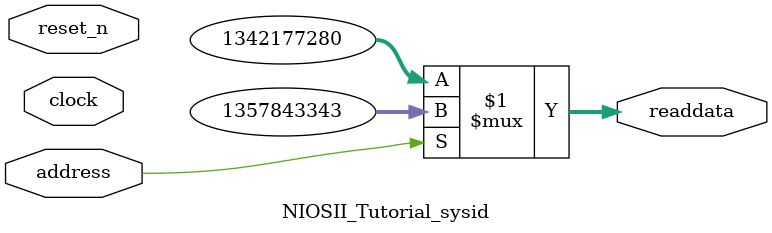
<source format=v>

`timescale 1ns / 1ps
// synthesis translate_on

// turn off superfluous verilog processor warnings 
// altera message_level Level1 
// altera message_off 10034 10035 10036 10037 10230 10240 10030 

module NIOSII_Tutorial_sysid (
               // inputs:
                address,
                clock,
                reset_n,

               // outputs:
                readdata
             )
;

  output  [ 31: 0] readdata;
  input            address;
  input            clock;
  input            reset_n;

  wire    [ 31: 0] readdata;
  //control_slave, which is an e_avalon_slave
  assign readdata = address ? 1357843343 : 1342177280;

endmodule




</source>
